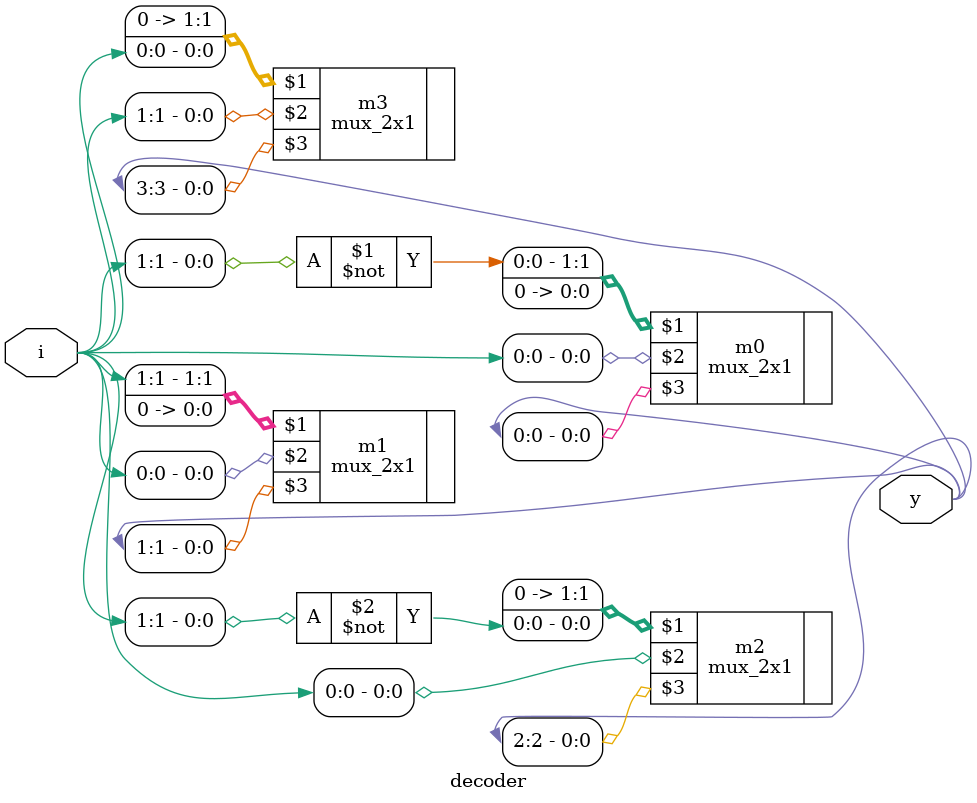
<source format=v>
`include "mux_2x1_dataflow.v"
module decoder(i,y);
input [1:0] i;
output [3:0] y;


mux_2x1 m0({~i[1],1'b0},i[0],y[0]);
mux_2x1 m1({i[1],1'b0},i[0],y[1]);
mux_2x1 m2({1'b0,~i[1]},i[0],y[2]);
mux_2x1 m3({1'b0,i[0]},i[1],y[3]);

endmodule


</source>
